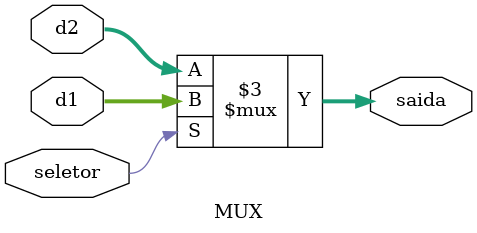
<source format=v>
module MUX(

	input wire [7:0] d1, d2,
	input wire seletor,
	
	output reg [7:0] saida

);


	always @* begin
		
		if (seletor)
			saida = d1;
		else
			saida = d2;
	end
	
endmodule

</source>
